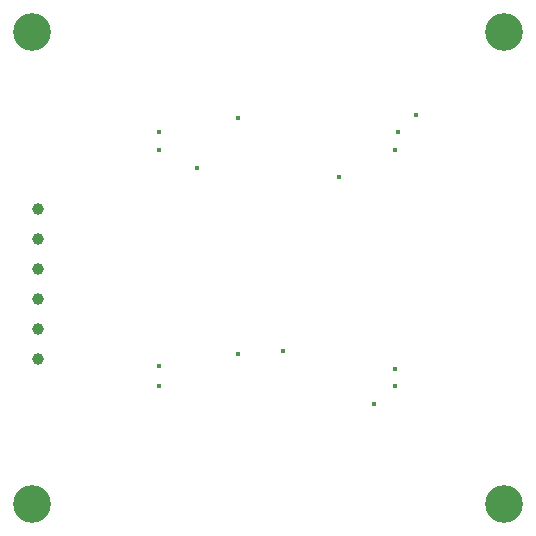
<source format=gbr>
%TF.GenerationSoftware,KiCad,Pcbnew,5.1.9+dfsg1-1~bpo10+1*%
%TF.CreationDate,2021-09-26T17:43:23+00:00*%
%TF.ProjectId,ws2813-breakout,77733238-3133-42d6-9272-65616b6f7574,rev?*%
%TF.SameCoordinates,Original*%
%TF.FileFunction,Plated,1,2,PTH,Drill*%
%TF.FilePolarity,Positive*%
%FSLAX46Y46*%
G04 Gerber Fmt 4.6, Leading zero omitted, Abs format (unit mm)*
G04 Created by KiCad (PCBNEW 5.1.9+dfsg1-1~bpo10+1) date 2021-09-26 17:43:23*
%MOMM*%
%LPD*%
G01*
G04 APERTURE LIST*
%TA.AperFunction,ViaDrill*%
%ADD10C,0.400000*%
%TD*%
%TA.AperFunction,ComponentDrill*%
%ADD11C,1.000000*%
%TD*%
%TA.AperFunction,ComponentDrill*%
%ADD12C,3.200000*%
%TD*%
G04 APERTURE END LIST*
D10*
X115750000Y-113500000D03*
X115750000Y-115000000D03*
X115750000Y-133250000D03*
X115750000Y-135000000D03*
X119000000Y-116500000D03*
X122500000Y-112250000D03*
X122500000Y-132250000D03*
X126250000Y-132000000D03*
X131021040Y-117271040D03*
X134000000Y-136500000D03*
X135750000Y-115000000D03*
X135750000Y-133500000D03*
X135750000Y-135000000D03*
X136000000Y-113500000D03*
X137500000Y-112000000D03*
D11*
%TO.C,J101*%
X105500000Y-120000000D03*
X105500000Y-122540000D03*
X105500000Y-125080000D03*
X105500000Y-127620000D03*
X105500000Y-130160000D03*
X105500000Y-132700000D03*
D12*
%TO.C,H104*%
X105000000Y-105000000D03*
%TO.C,H101*%
X105000000Y-145000000D03*
%TO.C,H103*%
X145000000Y-105000000D03*
%TO.C,H102*%
X145000000Y-145000000D03*
M02*

</source>
